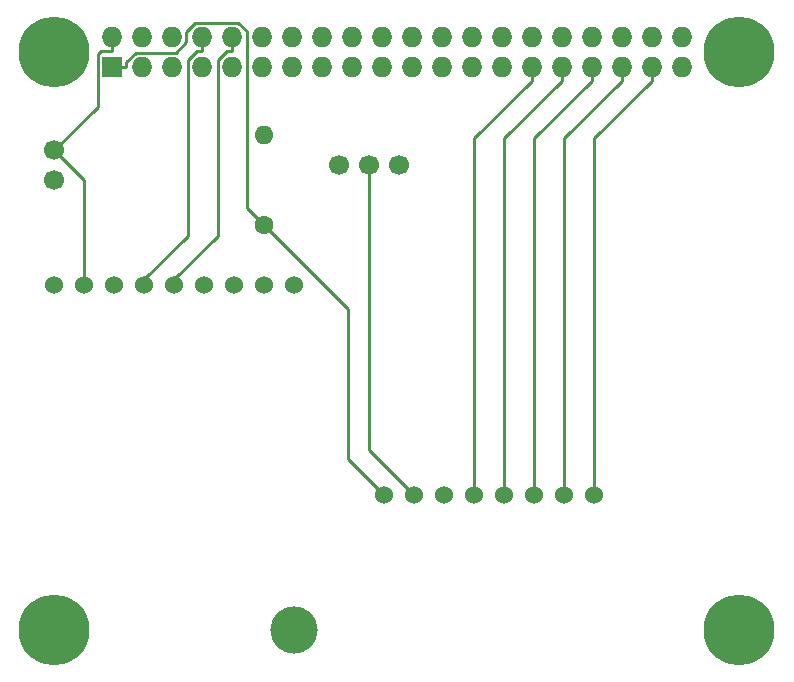
<source format=gbr>
G04 #@! TF.FileFunction,Copper,L2,Bot,Signal*
%FSLAX46Y46*%
G04 Gerber Fmt 4.6, Leading zero omitted, Abs format (unit mm)*
G04 Created by KiCad (PCBNEW 4.0.5-e0-6337~49~ubuntu16.04.1) date Sun Mar  5 09:11:21 2017*
%MOMM*%
%LPD*%
G01*
G04 APERTURE LIST*
%ADD10C,0.100000*%
%ADD11R,1.727200X1.727200*%
%ADD12O,1.727200X1.727200*%
%ADD13C,6.000000*%
%ADD14C,1.700000*%
%ADD15C,1.600000*%
%ADD16O,1.600000X1.600000*%
%ADD17C,1.524000*%
%ADD18C,4.000000*%
%ADD19C,0.250000*%
G04 APERTURE END LIST*
D10*
D11*
X119170000Y-71650000D03*
D12*
X119170000Y-69110000D03*
X121710000Y-71650000D03*
X121710000Y-69110000D03*
X124250000Y-71650000D03*
X124250000Y-69110000D03*
X126790000Y-71650000D03*
X126790000Y-69110000D03*
X129330000Y-71650000D03*
X129330000Y-69110000D03*
X131870000Y-71650000D03*
X131870000Y-69110000D03*
X134410000Y-71650000D03*
X134410000Y-69110000D03*
X136950000Y-71650000D03*
X136950000Y-69110000D03*
X139490000Y-71650000D03*
X139490000Y-69110000D03*
X142030000Y-71650000D03*
X142030000Y-69110000D03*
X144570000Y-71650000D03*
X144570000Y-69110000D03*
X147110000Y-71650000D03*
X147110000Y-69110000D03*
X149650000Y-71650000D03*
X149650000Y-69110000D03*
X152190000Y-71650000D03*
X152190000Y-69110000D03*
X154730000Y-71650000D03*
X154730000Y-69110000D03*
X157270000Y-71650000D03*
X157270000Y-69110000D03*
X159810000Y-71650000D03*
X159810000Y-69110000D03*
X162350000Y-71650000D03*
X162350000Y-69110000D03*
X164890000Y-71650000D03*
X164890000Y-69110000D03*
X167430000Y-71650000D03*
X167430000Y-69110000D03*
D13*
X114300000Y-70380000D03*
X172300000Y-70380000D03*
X114300000Y-119380000D03*
X172300000Y-119380000D03*
D14*
X114300000Y-81280000D03*
X114300000Y-78740000D03*
X138430000Y-80010000D03*
X140970000Y-80010000D03*
X143510000Y-80010000D03*
D15*
X132080000Y-85090000D03*
D16*
X132080000Y-77470000D03*
D17*
X124460000Y-90170000D03*
X127000000Y-90170000D03*
X129540000Y-90170000D03*
X132080000Y-90170000D03*
X121920000Y-90170000D03*
X119380000Y-90170000D03*
X116840000Y-90170000D03*
X114300000Y-90170000D03*
X134620000Y-90170000D03*
D18*
X134620000Y-119380000D03*
D17*
X152400000Y-107950000D03*
X149860000Y-107950000D03*
X147320000Y-107950000D03*
X154940000Y-107950000D03*
X157480000Y-107950000D03*
X160020000Y-107950000D03*
X144780000Y-107950000D03*
X142240000Y-107950000D03*
D19*
X116840000Y-81280000D02*
X116840000Y-90170000D01*
X114300000Y-78740000D02*
X116840000Y-81280000D01*
X117981000Y-75058900D02*
X114300000Y-78740000D01*
X117981000Y-70596100D02*
X117981000Y-75058900D01*
X118278000Y-70298900D02*
X117981000Y-70596100D01*
X119170000Y-70298900D02*
X118278000Y-70298900D01*
X119170000Y-69110000D02*
X119170000Y-70298900D01*
X140970000Y-104140000D02*
X140970000Y-80010000D01*
X144780000Y-107950000D02*
X140970000Y-104140000D01*
X130600000Y-83610000D02*
X132080000Y-85090000D01*
X130600000Y-68671800D02*
X130600000Y-83610000D01*
X129849000Y-67921100D02*
X130600000Y-68671800D01*
X126251000Y-67921100D02*
X129849000Y-67921100D01*
X125487000Y-68685300D02*
X126251000Y-67921100D01*
X125487000Y-69593000D02*
X125487000Y-68685300D01*
X124619000Y-70461100D02*
X125487000Y-69593000D01*
X121176000Y-70461100D02*
X124619000Y-70461100D01*
X120359000Y-71278400D02*
X121176000Y-70461100D01*
X120359000Y-71650000D02*
X120359000Y-71278400D01*
X119170000Y-71650000D02*
X120359000Y-71650000D01*
X139190200Y-104900200D02*
X142240000Y-107950000D01*
X139190200Y-92200200D02*
X139190200Y-104900200D01*
X132080000Y-85090000D02*
X139190200Y-92200200D01*
X121920000Y-89640000D02*
X121920000Y-90170000D01*
X125601000Y-85958900D02*
X121920000Y-89640000D01*
X125601000Y-71116200D02*
X125601000Y-85958900D01*
X126418000Y-70298900D02*
X125601000Y-71116200D01*
X126790000Y-70298900D02*
X126418000Y-70298900D01*
X126790000Y-69110000D02*
X126790000Y-70298900D01*
X124460000Y-89640000D02*
X124460000Y-90170000D01*
X128141000Y-85958900D02*
X124460000Y-89640000D01*
X128141000Y-71116200D02*
X128141000Y-85958900D01*
X128958000Y-70298900D02*
X128141000Y-71116200D01*
X129330000Y-70298900D02*
X128958000Y-70298900D01*
X129330000Y-69110000D02*
X129330000Y-70298900D01*
X149860000Y-77708900D02*
X154730000Y-72838900D01*
X149860000Y-107950000D02*
X149860000Y-77708900D01*
X154730000Y-71650000D02*
X154730000Y-72838900D01*
X152400000Y-77708900D02*
X157270000Y-72838900D01*
X152400000Y-107950000D02*
X152400000Y-77708900D01*
X157270000Y-71650000D02*
X157270000Y-72838900D01*
X159810000Y-71650000D02*
X159810000Y-72838900D01*
X154940000Y-77708900D02*
X159810000Y-72838900D01*
X154940000Y-107950000D02*
X154940000Y-77708900D01*
X162350000Y-71650000D02*
X162350000Y-72838900D01*
X157480000Y-77708900D02*
X162350000Y-72838900D01*
X157480000Y-107950000D02*
X157480000Y-77708900D01*
X164890000Y-71650000D02*
X164890000Y-72838900D01*
X160020000Y-77708900D02*
X164890000Y-72838900D01*
X160020000Y-107950000D02*
X160020000Y-77708900D01*
M02*

</source>
